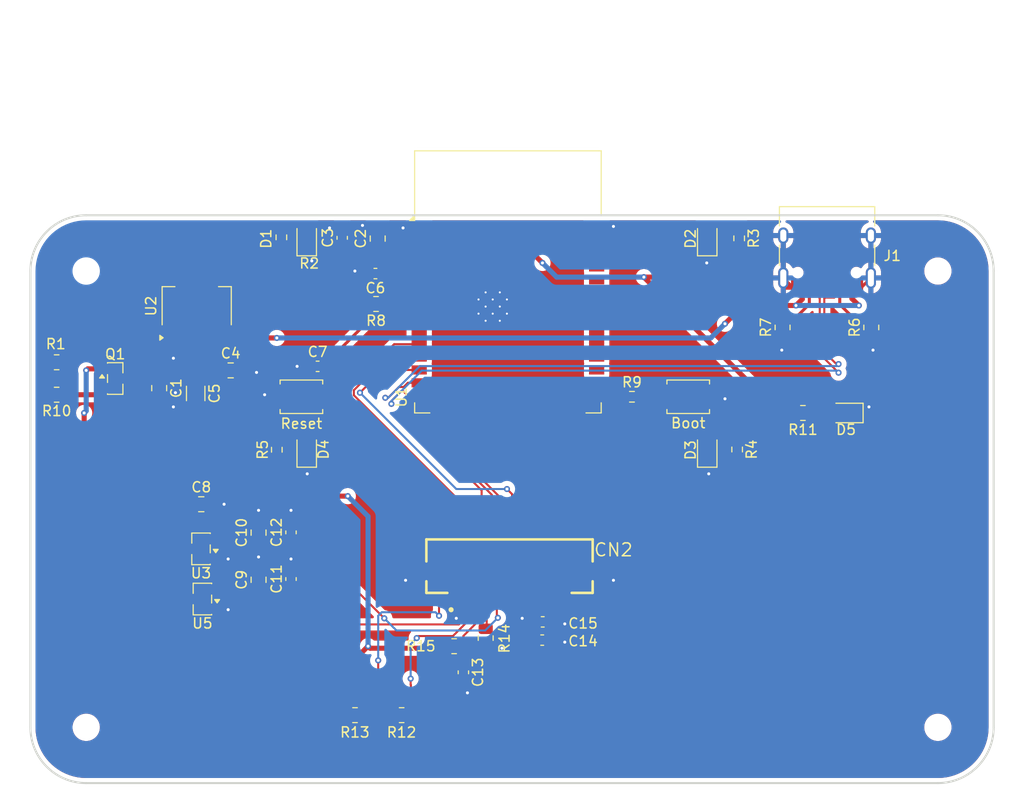
<source format=kicad_pcb>
(kicad_pcb (version 20241229) (generator "pcbnew") (generator_version "9.0")
  (layers (0 "F.Cu" signal) (2 "B.Cu" power) (13 "F.Paste" user) (15 "B.Paste" user) (5 "F.SilkS" user "F.Silkscreen") (7 "B.SilkS" user "B.Silkscreen") (1 "F.Mask" user) (3 "B.Mask" user) (25 "Edge.Cuts" user))
  (net 0 "")
  (net 1 "CAM_RST")
  (net 2 "GND")
  (net 3 "+5V")
  (net 4 "Net-(SW1-A)")
  (net 5 "Net-(Q1-D)")
  (net 6 "CAM_2.8V")
  (net 7 "CAM_1.2V")
  (net 8 "CAM_PCLK")
  (net 10 "CAM_D4")
  (net 11 "CAM_HSYNC")
  (net 12 "CAM_D1")
  (net 13 "CAM_VSYNC")
  (net 14 "CAM_D0")
  (net 15 "CAM_MCLK")
  (net 16 "CAM_SCK")
  (net 17 "CAM_D5")
  (net 19 "CAM_D3")
  (net 20 "Net-(CN2-Pad8)")
  (net 21 "CAM_D6")
  (net 22 "CAM_D7")
  (net 23 "CAM_SDA")
  (net 24 "CAM_D2")
  (net 26 "Net-(D1-A)")
  (net 27 "Net-(D2-A)")
  (net 28 "Net-(D3-A)")
  (net 29 "Net-(D4-A)")
  (net 30 "Net-(D5-A)")
  (net 32 "D+")
  (net 33 "D-")
  (net 35 "Net-(J1-CC2)")
  (net 36 "Net-(J1-CC1)")
  (net 37 "Net-(Q1-G)")
  (net 38 "Net-(SW2-A)")
  (net 39 "Net-(U1-IO0)")
  (net 40 "CAM_PWR")
  (net 60 "+3V3")
  (footprint "Resistor_SMD:R_0805_2012Metric" (layer "F.Cu") (at 147.5125 123.8)
    (property "Reference" "R13")
    (property "Value" "4.7k")
  )
  (footprint "Resistor_SMD:R_0805_2012Metric" (layer "F.Cu") (at 149.5875 83.25 180)
    (property "Reference" "R8")
    (property "Value" "10k")
  )
  (footprint "Connector_USB:USB_C_Receptacle_HRO_TYPE-C-31-M-12" (layer "F.Cu") (at 194.07 77.55 180)
    (property "Reference" "J1")
    (property "Value" "USB_C_Receptacle_USB2.0_16P")
  )
  (footprint "Capacitor_SMD:C_0603_1608Metric" (layer "F.Cu") (at 141.2 110.375 90)
    (property "Reference" "C11")
    (property "Value" "0.1uf")
  )
  (footprint "Capacitor_SMD:C_1206_3216Metric" (layer "F.Cu") (at 131.8 92.075 -90)
    (property "Reference" "C5")
    (property "Value" "100uf")
  )
  (footprint "Resistor_SMD:R_0805_2012Metric" (layer "F.Cu") (at 118.0875 92.2)
    (property "Reference" "R10")
    (property "Value" "1k")
  )
  (footprint "LED_SMD:LED_0805_2012Metric" (layer "F.Cu") (at 182.25 76.8125 90)
    (property "Reference" "D2")
    (property "Value" "LED")
  )
  (footprint "MountingHole:MountingHole_2.2mm_M2" (layer "F.Cu") (at 205 125)
    (property "Reference" "H4" (hide yes))
    (property "Value" "MountingHole")
  )
  (footprint "Resistor_SMD:R_0805_2012Metric" (layer "F.Cu") (at 152.1125 123.8)
    (property "Reference" "R12")
    (property "Value" "4.7k")
  )
  (footprint "Capacitor_SMD:C_0805_2012Metric" (layer "F.Cu") (at 132.35 103)
    (property "Reference" "C8")
    (property "Value" "10uf")
  )
  (footprint "Package_TO_SOT_SMD:SOT-223-3_TabPin2" (layer "F.Cu") (at 131.9 83.45 90)
    (property "Reference" "U2")
    (property "Value" "AMS1117-3.3")
  )
  (footprint "LED_SMD:LED_0805_2012Metric" (layer "F.Cu") (at 142.75 97.6625 90)
    (property "Reference" "D4")
    (property "Value" "LED")
  )
  (footprint "Resistor_SMD:R_0603_1608Metric" (layer "F.Cu") (at 140.25 76.675 -90)
    (property "Reference" "R2")
    (property "Value" "68r")
  )
  (footprint "Resistor_SMD:R_0603_1608Metric" (layer "F.Cu") (at 174.825 92.4)
    (property "Reference" "R9")
    (property "Value" "100r")
  )
  (footprint "Capacitor_SMD:C_0603_1608Metric" (layer "F.Cu") (at 165.975 116.4)
    (property "Reference" "C14")
    (property "Value" "0.1uf")
  )
  (footprint "Package_TO_SOT_SMD:SOT-23-3" (layer "F.Cu") (at 132.325 107.4 180)
    (property "Reference" "U3")
    (property "Value" "XC6206P122MR" (hide yes))
  )
  (footprint "Capacitor_SMD:C_0603_1608Metric" (layer "F.Cu") (at 141.2 105.775 90)
    (property "Reference" "C12")
    (property "Value" "0.1uf")
  )
  (footprint "Button_Switch_SMD:SW_SPST_TS-1088-xR020" (layer "F.Cu") (at 142.225 92.4 180)
    (property "Reference" "Reset")
    (property "Value" "SW_SPST")
  )
  (footprint "Capacitor_SMD:C_0603_1608Metric" (layer "F.Cu") (at 146.25 76.725 90)
    (property "Reference" "C3")
    (property "Value" "100nf")
  )
  (footprint "LED_SMD:LED_0805_2012Metric" (layer "F.Cu") (at 195.9375 94 180)
    (property "Reference" "D5")
    (property "Value" "LED")
  )
  (footprint "RF_Module:ESP32-S3-WROOM-1" (layer "F.Cu") (at 162.5925 81.045)
    (property "Reference" "U1")
    (property "Value" "ESP32-S3-WROOM-1")
  )
  (footprint "Package_TO_SOT_SMD:SOT-23" (layer "F.Cu") (at 123.8625 90.6)
    (property "Reference" "Q1")
    (property "Value" "PMOS")
  )
  (footprint "Capacitor_SMD:C_0805_2012Metric" (layer "F.Cu") (at 128.2 91.55 -90)
    (property "Reference" "C1")
    (property "Value" "10uf")
  )
  (footprint "Resistor_SMD:R_0805_2012Metric" (layer "F.Cu") (at 198.43 85.5625 90)
    (property "Reference" "R6")
    (property "Value" "5.1k")
  )
  (footprint "Button_Switch_SMD:SW_SPST_TS-1088-xR020" (layer "F.Cu") (at 180.375 92.4)
    (property "Reference" "Boot")
    (property "Value" "SW_SPST")
  )
  (footprint "LED_SMD:LED_0805_2012Metric" (layer "F.Cu") (at 142.75 76.8125 90)
    (property "Reference" "D1")
    (property "Value" "LED")
  )
  (footprint "Resistor_SMD:R_0805_2012Metric" (layer "F.Cu") (at 157.2875 117)
    (property "Reference" "R15")
    (property "Value" "4.7k")
  )
  (footprint "Package_TO_SOT_SMD:SOT-23-3" (layer "F.Cu") (at 132.4625 112.35 180)
    (property "Reference" "U5")
    (property "Value" "XC6206P282MR")
  )
  (footprint "MountingHole:MountingHole_2.2mm_M2" (layer "F.Cu") (at 121 80)
    (property "Reference" "H2" (hide yes))
    (property "Value" "MountingHole")
  )
  (footprint "Resistor_SMD:R_0805_2012Metric" (layer "F.Cu") (at 160.4 116.2 -90)
    (property "Reference" "R14")
    (property "Value" "1k")
  )
  (footprint "Capacitor_SMD:C_0805_2012Metric" (layer "F.Cu") (at 149.75 76.8 90)
    (property "Reference" "C2")
    (property "Value" "22uf")
  )
  (footprint "Resistor_SMD:R_0603_1608Metric" (layer "F.Cu") (at 185.4 76.775 -90)
    (property "Reference" "R3")
    (property "Value" "68r")
  )
  (footprint "Capacitor_SMD:C_0603_1608Metric" (layer "F.Cu") (at 166.025 114.6)
    (property "Reference" "C15")
    (property "Value" "15pF")
  )
  (footprint "Capacitor_SMD:C_0603_1608Metric" (layer "F.Cu") (at 143.825 89.4)
    (property "Reference" "C7")
    (property "Value" "100nf")
  )
  (footprint "Capacitor_SMD:C_0805_2012Metric" (layer "F.Cu") (at 135.25 89.8)
    (property "Reference" "C4")
    (property "Value" "10uf")
  )
  (footprint "LED_SMD:LED_0805_2012Metric" (layer "F.Cu") (at 182.25 97.6625 90)
    (property "Reference" "D3")
    (property "Value" "LED")
  )
  (footprint "FaceTracker:FPC-SMD_KH-FG0.5-H2.0-24PIN" (layer "F.Cu") (at 162.75 110.8435 180)
    (property "Reference" "CN2")
    (property "Value" "KH-FG0.5-H2.0-24PIN")
  )
  (footprint "Resistor_SMD:R_0805_2012Metric" (layer "F.Cu") (at 118.0875 89 180)
    (property "Reference" "R1")
    (property "Value" "10k")
  )
  (footprint "Resistor_SMD:R_0603_1608Metric" (layer "F.Cu") (at 185.2 97.6 -90)
    (property "Reference" "R4")
    (property "Value" "68r")
  )
  (footprint "Resistor_SMD:R_0805_2012Metric" (layer "F.Cu") (at 191.6875 94 180)
    (property "Reference" "R11")
    (property "Value" "1k")
  )
  (footprint "Capacitor_SMD:C_0603_1608Metric" (layer "F.Cu") (at 158.2 119.575 -90)
    (property "Reference" "C13")
    (property "Value" "0.1uf")
  )
  (footprint "MountingHole:MountingHole_2.2mm_M2" (layer "F.Cu") (at 205 80)
    (property "Reference" "H1" (hide yes))
    (property "Value" "MountingHole")
  )
  (footprint "Capacitor_SMD:C_0805_2012Metric" (layer "F.Cu") (at 138 105.8 90)
    (property "Reference" "C10")
    (property "Value" "10uf")
  )
  (footprint "Capacitor_SMD:C_0805_2012Metric" (layer "F.Cu") (at 138 110.45 90)
    (property "Reference" "C9")
    (property "Value" "10uf")
  )
  (footprint "Resistor_SMD:R_0805_2012Metric" (layer "F.Cu") (at 189.68 85.5625 90)
    (property "Reference" "R7")
    (property "Value" "5.1k")
  )
  (footprint "Resistor_SMD:R_0603_1608Metric" (layer "F.Cu") (at 139.8 97.625 -90)
    (property "Reference" "R5")
    (property "Value" "68r")
  )
  (footprint "Capacitor_SMD:C_0603_1608Metric" (layer "F.Cu") (at 149.525 80.25 180)
    (property "Reference" "C6")
    (property "Value" "1uf")
  )
  (footprint "MountingHole:MountingHole_2.2mm_M2" (layer "F.Cu") (at 121 125)
    (property "Reference" "H3" (hide yes))
    (property "Value" "MountingHole")
  )
  (gr_arc (start 205 74.5) (mid 208.889087 76.110913) (end 210.5 80) (stroke (width 0.2)) (layer "Edge.Cuts"))
  (gr_arc (start 210.5 125) (mid 208.889087 128.889087) (end 205 130.5) (stroke (width 0.2)) (layer "Edge.Cuts"))
  (gr_line (start 210.5 80) (end 210.5 125) (stroke (width 0.2)) (layer "Edge.Cuts"))
  (gr_line (start 205 74.5) (end 121 74.5) (stroke (width 0.2)) (layer "Edge.Cuts"))
  (gr_line (start 115.5 80) (end 115.5 125) (stroke (width 0.2)) (layer "Edge.Cuts"))
  (gr_arc (start 115.5 80) (mid 117.110913 76.110913) (end 121 74.5) (stroke (width 0.2)) (layer "Edge.Cuts"))
  (gr_line (start 205 130.5) (end 121 130.5) (stroke (width 0.2)) (layer "Edge.Cuts"))
  (gr_arc (start 121 130.5) (mid 117.110913 128.889087) (end 115.5 125) (stroke (width 0.2)) (layer "Edge.Cuts"))
  (segment (start 158.2 117) (end 158.2 118.8) (width 0.3) (layer "F.Cu") (net 1))
  (segment (start 159.4999 112.0684) (end 159.4999 114.68894) (width 0.2) (layer "F.Cu") (net 1))
  (segment (start 158.2 115.98884) (end 158.2 117) (width 0.2) (layer "F.Cu") (net 1))
  (segment (start 159.4999 114.68894) (end 158.2 115.98884) (width 0.2) (layer "F.Cu") (net 1))
  (segment (start 166.8 114.6) (end 168 114.6) (width 0.3) (layer "F.Cu") (net 2))
  (segment (start 157.4999 114.2499) (end 157.5 114.25) (width 0.2) (layer "F.Cu") (net 2))
  (segment (start 142.75 99.95) (end 142.8 100) (width 0.3) (layer "F.Cu") (net 2))
  (segment (start 182.25 77.75) (end 182.25 79.15) (width 0.3) (layer "F.Cu") (net 2))
  (segment (start 182.25 99.85) (end 182.4 100) (width 0.3) (layer "F.Cu") (net 2))
  (segment (start 138 104.85) (end 138 103.6) (width 0.5) (layer "F.Cu") (net 2))
  (segment (start 138 109.5) (end 138 108.2) (width 0.5) (layer "F.Cu") (net 2))
  (segment (start 129.75 93.55) (end 129.6 93.4) (width 0.5) (layer "F.Cu") (net 2))
  (segment (start 141.2 105) (end 141.2 103.6) (width 0.5) (layer "F.Cu") (net 2))
  (segment (start 148.75 80.25) (end 147.75 80.25) (width 0.3) (layer "F.Cu") (net 2))
  (segment (start 147.75 80.25) (end 147.5 80) (width 0.3) (layer "F.Cu") (net 2))
  (segment (start 189.68 87.72) (end 189.6 87.8) (width 0.5) (layer "F.Cu") (net 2))
  (segment (start 172.815 75.785) (end 173 75.6) (width 0.5) (layer "F.Cu") (net 2))
  (segment (start 140 92.4) (end 138.8 92.4) (width 0.3) (layer "F.Cu") (net 2))
  (segment (start 171.3425 75.785) (end 172.815 75.785) (width 0.5) (layer "F.Cu") (net 2))
  (segment (start 129.3 92.5) (end 129.8 92) (width 0.5) (layer "F.Cu") (net 2))
  (segment (start 172.1186 109.6186) (end 173 110.5) (width 0.5) (layer "F.Cu") (net 2))
  (segment (start 158.2 120.35) (end 158.2 121.2) (width 0.3) (layer "F.Cu") (net 2))
  (segment (start 168 116.4) (end 168.2 116.6) (width 0.3) (layer "F.Cu") (net 2))
  (segment (start 128.2 92.5) (end 129.3 92.5) (width 0.5) (layer "F.Cu") (net 2))
  (segment (start 137.6 89.8) (end 137.8 90) (width 0.5) (layer "F.Cu") (net 2))
  (segment (start 157.4999 112.0684) (end 157.4999 114.2499) (width 0.2) (layer "F.Cu") (net 2))
  (segment (start 133.4625 108.35) (end 134.95 108.35) (width 0.5) (layer "F.Cu") (net 2))
  (segment (start 182.25 98.6) (end 182.25 99.85) (width 0.3) (layer "F.Cu") (net 2))
  (segment (start 198.43 87.63) (end 198.6 87.8) (width 0.5) (layer "F.Cu") (net 2))
  (segment (start 197.475 81.595) (end 198.39 80.68) (width 0.3) (layer "F.Cu") (net 2))
  (segment (start 183.8 92.4) (end 184 92.6) (width 0.3) (layer "F.Cu") (net 2))
  (segment (start 138.8 92.4) (end 138.6 92.2) (width 0.3) (layer "F.Cu") (net 2))
  (segment (start 190.82 81.595) (end 190.665 81.595) (width 0.3) (layer "F.Cu") (net 2))
  (segment (start 142.75 77.75) (end 142.75 78.5) (width 0.3) (layer "F.Cu") (net 2))
  (segment (start 164 112.0686) (end 164 114.25) (width 0.2) (layer "F.Cu") (net 2))
  (segment (start 152.285 75.785) (end 152.25 75.75) (width 0.5) (layer "F.Cu") (net 2))
  (segment (start 153.3814 109.6186) (end 152.5 110.5) (width 0.5) (layer "F.Cu") (net 2))
  (segment (start 134.9 113.3) (end 135 113.4) (width 0.5) (layer "F.Cu") (net 2))
  (segment (start 141.2 109.6) (end 141.2 108.4) (width 0.5) (layer "F.Cu") (net 2))
  (segment (start 170.1999 109.6186) (end 172.1186 109.6186) (width 0.5) (layer "F.Cu") (net 2))
  (segment (start 163.9998 112.0684) (end 164 112.0686) (width 0.2) (layer "F.Cu") (net 2))
  (segment (start 136.2 89.8) (end 137.6 89.8) (width 0.5) (layer "F.Cu") (net 2))
  (segment (start 145.2 75.95) (end 145 75.75) (width 0.5) (layer "F.Cu") (net 2))
  (segment (start 197.32 81.595) (end 197.475 81.595) (width 0.3) (layer "F.Cu") (net 2))
  (segment (start 148.6 75.85) (end 148.25 75.5) (width 0.5) (layer "F.Cu") (net 2))
  (segment (start 189.68 86.475) (end 189.68 87.72) (width 0.5) (layer "F.Cu") (net 2))
  (segment (start 166.75 116.4) (end 168 116.4) (width 0.3) (layer "F.Cu") (net 2))
  (segment (start 190.665 81.595) (end 189.75 80.68) (width 0.3) (layer "F.Cu") (net 2))
  (segment (start 133.6 113.3) (end 134.9 113.3) (width 0.5) (layer "F.Cu") (net 2))
  (segment (start 153.8425 75.785) (end 152.285 75.785) (width 0.5) (layer "F.Cu") (net 2))
  (segment (start 160.4 117.1125) (end 161.9125 117.1125) (width 0.3) (layer "F.Cu") (net 2))
  (segment (start 143.05 89.4) (end 141.8 89.4) (width 0.3) (layer "F.Cu") (net 2))
  (segment (start 198.43 86.475) (end 198.43 87.63) (width 0.5) (layer "F.Cu") (net 2))
  (segment (start 146.25 75.95) (end 145.2 75.95) (width 0.5) (layer "F.Cu") (net 2))
  (segment (start 168 114.6) (end 168.2 114.8) (width 0.3) (layer "F.Cu") (net 2))
  (segment (start 133.3 103) (end 134.6 103) (width 0.5) (layer "F.Cu") (net 2))
  (segment (start 149.75 75.85) (end 148.6 75.85) (width 0.5) (layer "F.Cu") (net 2))
  (segment (start 182.25 79.15) (end 182.2 79.2) (width 0.3) (layer "F.Cu") (net 2))
  (segment (start 129.6 86.6) (end 129.6 88.6) (width 0.5) (layer "F.Cu") (net 2))
  (segment (start 182.6 92.4) (end 183.8 92.4) (width 0.3) (layer "F.Cu") (net 2))
  (segment (start 158.2 121.2) (end 158.6 121.6) (width 0.3) (layer "F.Cu") (net 2))
  (segment (start 161.9125 117.1125) (end 162 117.2) (width 0.3) (layer "F.Cu") (net 2))
  (segment (start 196.875 94) (end 197.6 94) (width 0.5) (layer "F.Cu") (net 2))
  (segment (start 142.75 78.5) (end 143.25 79) (width 0.3) (layer "F.Cu") (net 2))
  (segment (start 197.6 94) (end 198.2 93.4) (width 0.5) (layer "F.Cu") (net 2))
  (segment (start 131.8 93.55) (end 129.75 93.55) (width 0.5) (layer "F.Cu") (net 2))
  (segment (start 134.95 108.35) (end 135 108.4) (width 0.5) (layer "F.Cu") (net 2))
  (segment (start 155.3001 109.6186) (end 153.3814 109.6186) (width 0.5) (layer "F.Cu") (net 2))
  (segment (start 142.75 98.6) (end 142.75 99.95) (width 0.3) (layer "F.Cu") (net 2))
  (via (at 182.2 79.2) (size 0.6) (drill 0.3) (layers "F.Cu" "B.Cu") (net 2))
  (via (at 152.25 75.75) (size 0.6) (drill 0.3) (layers "F.Cu" "B.Cu") (net 2))
  (via (at 152.5 110.5) (size 0.6) (drill 0.3) (layers "F.Cu" "B.Cu") (net 2))
  (via (at 135 108.4) (size 0.6) (drill 0.3) (layers "F.Cu" "B.Cu") (net 2))
  (via (at 129.8 92) (size 0.6) (drill 0.3) (layers "F.Cu" "B.Cu") (net 2))
  (via (at 189.6 87.8) (size 0.6) (drill 0.3) (layers "F.Cu" "B.Cu") (net 2))
  (via (at 141.2 108.4) (size 0.6) (drill 0.3) (layers "F.Cu" "B.Cu") (net 2))
  (via (at 198.2 93.4) (size 0.6) (drill 0.3) (layers "F.Cu" "B.Cu") (net 2))
  (via (at 173 75.6) (size 0.6) (drill 0.3) (layers "F.Cu" "B.Cu") (net 2))
  (via (at 184 92.6) (size 0.6) (drill 0.3) (layers "F.Cu" "B.Cu") (net 2))
  (via (at 129.6 88.6) (size 0.6) (drill 0.3) (layers "F.Cu" "B.Cu") (net 2))
  (via (at 138.6 92.2) (size 0.6) (drill 0.3) (layers "F.Cu" "B.Cu") (net 2))
  (via (at 137.8 90) (size 0.6) (drill 0.3) (layers "F.Cu" "B.Cu") (net 2))
  (via (at 147.5 80) (size 0.6) (drill 0.3) (layers "F.Cu" "B.Cu") (net 2))
  (via (at 162 117.2) (size 0.6) (drill 0.3) (layers "F.Cu" "B.Cu") (net 2))
  (via (at 148.25 75.5) (size 0.6) (drill 0.3) (layers "F.Cu" "B.Cu") (net 2))
  (via (at 141.2 103.6) (size 0.6) (drill 0.3) (layers "F.Cu" "B.Cu") (net 2))
  (via (at 145 75.75) (size 0.6) (drill 0.3) (layers "F.Cu" "B.Cu") (net 2))
  (via (at 135 113.4) (size 0.6) (drill 0.3) (layers "F.Cu" "B.Cu") (net 2))
  (via (at 157.5 114.25) (size 0.6) (drill 0.3) (layers "F.Cu" "B.Cu") (net 2))
  (via (at 168.2 116.6) (size 0.6) (drill 0.3) (layers "F.Cu" "B.Cu") (net 2))
  (via (at 134.6 103) (size 0.6) (drill 0.3) (layers "F.Cu" "B.Cu") (net 2))
  (via (at 164 114.25) (size 0.6) (drill 0.3) (layers "F.Cu" "B.Cu") (net 2))
  (via (at 129.6 93.4) (size 0.6) (drill 0.3) (layers "F.Cu" "B.Cu") (net 2))
  (via (at 198.6 87.8) (size 0.6) (drill 0.3) (layers "F.Cu" "B.Cu") (net 2))
  (via (at 141.8 89.4) (size 0.6) (drill 0.3) (layers "F.Cu" "B.Cu") (net 2))
  (via (at 158.6 121.6) (size 0.6) (drill 0.3) (layers "F.Cu" "B.Cu") (net 2))
  (via (at 168.2 114.8) (size 0.6) (drill 0.3) (layers "F.Cu" "B.Cu") (net 2))
  (via (at 142.8 100) (size 0.6) (drill 0.3) (layers "F.Cu" "B.Cu") (net 2))
  (via (at 173 110.5) (size 0.6) (drill 0.3) (layers "F.Cu" "B.Cu") (net 2))
  (via (at 138 103.6) (size 0.6) (drill 0.3) (layers "F.Cu" "B.Cu") (net 2))
  (via (at 138 108.2) (size 0.6) (drill 0.3) (layers "F.Cu" "B.Cu") (net 2))
  (via (at 143.25 79) (size 0.6) (drill 0.3) (layers "F.Cu" "B.Cu") (net 2))
  (via (at 182.4 100) (size 0.6) (drill 0.3) (layers "F.Cu" "B.Cu") (net 2))
  (segment (start 196.52 82.72) (end 196.52 81.595) (width 0.5) (layer "F.Cu") (net 3))
  (segment (start 134.2 86.6) (end 134.2 89.7) (width 0.5) (layer "F.Cu") (net 3))
  (segment (start 197.2 83.4) (end 196.52 82.72) (width 0.5) (layer "F.Cu") (net 3))
  (segment (start 191.62 81.595) (end 191.62 82.78) (width 0.5) (layer "F.Cu") (net 3))
  (segment (start 191.62 82.78) (end 191 83.4) (width 0.5) (layer "F.Cu") (net 3))
  (segment (start 191 83.4) (end 185.8 83.4) (width 0.5) (layer "F.Cu") (net 3))
  (segment (start 139.8 86.6) (end 134.2 86.6) (width 0.5) (layer "F.Cu") (net 3))
  (segment (start 185.8 83.4) (end 184 85.2) (width 0.5) (layer "F.Cu") (net 3))
  (segment (start 134.2 89.7) (end 134.3 89.8) (width 0.5) (layer "F.Cu") (net 3))
  (via (at 197.2 83.4) (size 0.6) (drill 0.3) (layers "F.Cu" "B.Cu") (net 3))
  (via (at 184 85.2) (size 0.6) (drill 0.3) (layers "F.Cu" "B.Cu") (net 3))
  (via (at 139.8 86.6) (size 0.6) (drill 0.3) (layers "F.Cu" "B.Cu") (net 3))
  (via (at 191 83.4) (size 0.6) (drill 0.3) (layers "F.Cu" "B.Cu") (net 3))
  (segment (start 182.6 86.6) (end 139.8 86.6) (width 0.5) (layer "B.Cu") (net 3))
  (segment (start 184 85.2) (end 182.6 86.6) (width 0.5) (layer "B.Cu") (net 3))
  (segment (start 191 83.4) (end 197.2 83.4) (width 0.5) (layer "B.Cu") (net 3))
  (segment (start 144.6 89.4) (end 144.6 89.15) (width 0.3) (layer "F.Cu") (net 4))
  (segment (start 152.225 78.325) (end 153.8425 78.325) (width 0.3) (layer "F.Cu") (net 4))
  (segment (start 144.45 89.55) (end 144.6 89.4) (width 0.3) (layer "F.Cu") (net 4))
  (segment (start 150.3 80.25) (end 150.3 83.05) (width 0.3) (layer "F.Cu") (net 4))
  (segment (start 150.3 83.05) (end 150.5 83.25) (width 0.3) (layer "F.Cu") (net 4))
  (segment (start 144.6 89.15) (end 150.5 83.25) (width 0.3) (layer "F.Cu") (net 4))
  (segment (start 144.45 92.4) (end 144.45 89.55) (width 0.3) (layer "F.Cu") (net 4))
  (segment (start 150.3 80.25) (end 152.225 78.325) (width 0.3) (layer "F.Cu") (net 4))
  (segment (start 127.09375 103.30625) (end 120.8 97.0125) (width 0.5) (layer "F.Cu") (net 5))
  (segment (start 131.1875 107.4) (end 127.09375 103.30625) (width 0.5) (layer "F.Cu") (net 5))
  (segment (start 127.4 103) (end 127.09375 103.30625) (width 0.5) (layer "F.Cu") (net 5))
  (segment (start 121.15 89.65) (end 121 89.8) (width 0.5) (layer "F.Cu") (net 5))
  (segment (start 131.4 103) (end 127.4 103) (width 0.5) (layer "F.Cu") (net 5))
  (segment (start 131.325 112.35) (end 127.09375 108.11875) (width 0.5) (layer "F.Cu") (net 5))
  (segment (start 120.8 97.0125) (end 120.8 94) (width 0.5) (layer "F.Cu") (net 5))
  (segment (start 127.09375 108.11875) (end 127.09375 103.30625) (width 0.5) (layer "F.Cu") (net 5))
  (segment (start 122.925 89.65) (end 121.15 89.65) (width 0.5) (layer "F.Cu") (net 5))
  (via (at 120.8 94) (size 0.6) (drill 0.3) (layers "F.Cu" "B.Cu") (net 5))
  (via (at 121 89.8) (size 0.6) (drill 0.3) (layers "F.Cu" "B.Cu") (net 5))
  (segment (start 121 89.8) (end 121 93.8) (width 0.5) (layer "B.Cu") (net 5))
  (segment (start 121 93.8) (end 120.8 94) (width 0.5) (layer "B.Cu") (net 5))
  (segment (start 144.901 114.851) (end 141.2 111.15) (width 0.2) (layer "F.Cu") (net 6))
  (segment (start 157.748943 114.851) (end 144.901 114.851) (width 0.2) (layer "F.Cu") (net 6))
  (segment (start 140.95 111.4) (end 141.2 111.15) (width 0.5) (layer "F.Cu") (net 6))
  (segment (start 158.4999 114.100043) (end 157.748943 114.851) (width 0.2) (layer "F.Cu") (net 6))
  (segment (start 138 111.4) (end 140.95 111.4) (width 0.5) (layer "F.Cu") (net 6))
  (segment (start 133.6 111.4) (end 138 111.4) (width 0.5) (layer "F.Cu") (net 6))
  (segment (start 158.4999 112.0684) (end 158.4999 114.100043) (width 0.2) (layer "F.Cu") (net 6))
  (segment (start 161.4999 114.0999) (end 161.6 114.2) (width 0.2) (layer "F.Cu") (net 7))
  (segment (start 138 106.75) (end 141 106.75) (width 0.5) (layer "F.Cu") (net 7))
  (segment (start 141 106.75) (end 141.2 106.55) (width 0.5) (layer "F.Cu") (net 7))
  (segment (start 137.7 106.45) (end 138 106.75) (width 0.5) (layer "F.Cu") (net 7))
  (segment (start 150.4 114.251) (end 142.699 106.55) (width 0.2) (layer "F.Cu") (net 7))
  (segment (start 142.699 106.55) (end 141.2 106.55) (width 0.2) (layer "F.Cu") (net 7))
  (segment (start 161.4999 112.0684) (end 161.4999 114.0999) (width 0.2) (layer "F.Cu") (net 7))
  (segment (start 133.4625 106.45) (end 137.7 106.45) (width 0.5) (layer "F.Cu") (net 7))
  (via (at 161.6 114.2) (size 0.6) (drill 0.3) (layers "F.Cu" "B.Cu") (net 7))
  (via (at 150.4 114.251) (size 0.6) (drill 0.3) (layers "F.Cu" "B.Cu") (net 7))
  (segment (start 160.349 115.451) (end 151.6 115.451) (width 0.2) (layer "B.Cu") (net 7))
  (segment (start 161.6 114.2) (end 160.349 115.451) (width 0.2) (layer "B.Cu") (net 7))
  (segment (start 151.6 115.451) (end 150.4 114.251) (width 0.2) (layer "B.Cu") (net 7))
  (segment (start 164.9998 112.0684) (end 164.9998 114.3498) (width 0.2) (layer "F.Cu") (net 8))
  (segment (start 164.9998 112.0684) (end 164.9998 97.1193) (width 0.2) (layer "F.Cu") (net 8))
  (segment (start 164.9998 97.1193) (end 161.9575 94.077) (width 0.2) (layer "F.Cu") (net 8))
  (segment (start 161.9575 94.077) (end 161.9575 93.545) (width 0.2) (layer "F.Cu") (net 8))
  (segment (start 164.9998 114.3498) (end 165.25 114.6) (width 0.2) (layer "F.Cu") (net 8))
  (segment (start 165.4999 112.0684) (end 165.4999 96.3494) (width 0.2) (layer "F.Cu") (net 10))
  (segment (start 165.4999 96.3494) (end 163.2275 94.077) (width 0.2) (layer "F.Cu") (net 10))
  (segment (start 163.2275 94.077) (end 163.2275 93.545) (width 0.2) (layer "F.Cu") (net 10))
  (segment (start 161.0001 112.0684) (end 161.0001 102.0672) (width 0.2) (layer "F.Cu") (net 11))
  (segment (start 161.0001 102.0672) (end 156.8775 97.9446) (width 0.2) (layer "F.Cu") (net 11))
  (segment (start 156.8775 97.9446) (end 156.8775 93.545) (width 0.2) (layer "F.Cu") (net 11))
  (segment (start 166.9998 112.0684) (end 166.9998 93.5827) (width 0.2) (layer "F.Cu") (net 12))
  (segment (start 166.9998 93.5827) (end 167.0375 93.545) (width 0.2) (layer "F.Cu") (net 12))
  (segment (start 160.0001 112.0684) (end 160.0001 101.6343) (width 0.2) (layer "F.Cu") (net 13))
  (segment (start 155.6075 97.2417) (end 155.6075 93.545) (width 0.2) (layer "F.Cu") (net 13))
  (segment (start 160.0001 101.6343) (end 155.6075 97.2417) (width 0.2) (layer "F.Cu") (net 13))
  (segment (start 165.9998 112.0684) (end 165.9998 95.5793) (width 0.2) (layer "F.Cu") (net 14))
  (segment (start 165.9998 95.5793) (end 164.4975 94.077) (width 0.2) (layer "F.Cu") (net 14))
  (segment (start 164.4975 94.077) (end 164.4975 93.545) (width 0.2) (layer "F.Cu") (net 14))
  (segment (start 148 92) (end 150.245 89.755) (width 0.2) (layer "F.Cu") (net 15))
  (segment (start 162.9998 112.0684) (end 162.9998 101.9998) (width 0.2) (layer "F.Cu") (net 15))
  (segment (start 150.245 89.755) (end 153.8425 89.755) (width 0.2) (layer "F.Cu") (net 15))
  (segment (start 162.9998 101.9998) (end 162.5 101.5) (width 0.2) (layer "F.Cu") (net 15))
  (via (at 162.5 101.5) (size 0.6) (drill 0.3) (layers "F.Cu" "B.Cu") (net 15))
  (via (at 148 92) (size 0.6) (drill 0.3) (layers "F.Cu" "B.Cu") (net 15))
  (segment (start 157.5 101.5) (end 148 92) (width 0.2) (layer "B.Cu") (net 15))
  (segment (start 162.5 101.5) (end 157.5 101.5) (width 0.2) (layer "B.Cu") (net 15))
  (segment (start 153.025 120.825) (end 153.025 123.8) (width 0.2) (layer "F.Cu") (net 16))
  (segment (start 147.399 91.751057) (end 150.665057 88.485) (width 0.2) (layer "F.Cu") (net 16))
  (segment (start 153 120.8) (end 153.025 120.825) (width 0.2) (layer "F.Cu") (net 16))
  (segment (start 159.0001 103.850043) (end 147.399 92.248943) (width 0.2) (layer "F.Cu") (net 16))
  (segment (start 159.0001 112.0684) (end 159.0001 114.166943) (width 0.2) (layer "F.Cu") (net 16))
  (segment (start 157.168043 115.999) (end 153.801 115.999) (width 0.2) (layer "F.Cu") (net 16))
  (segment (start 147.399 92.248943) (end 147.399 91.751057) (width 0.2) (layer "F.Cu") (net 16))
  (segment (start 153.801 115.999) (end 153.6 116.2) (width 0.2) (layer "F.Cu") (net 16))
  (segment (start 159.0001 114.166943) (end 157.168043 115.999) (width 0.2) (layer "F.Cu") (net 16))
  (segment (start 153 120.2) (end 153 120.8) (width 0.2) (layer "F.Cu") (net 16))
  (segment (start 159.0001 112.0684) (end 159.0001 103.850043) (width 0.2) (layer "F.Cu") (net 16))
  (segment (start 150.665057 88.485) (end 153.8425 88.485) (width 0.2) (layer "F.Cu") (net 16))
  (via (at 153 120.2) (size 0.6) (drill 0.3) (layers "F.Cu" "B.Cu") (net 16))
  (via (at 153.6 116.2) (size 0.6) (drill 0.3) (layers "F.Cu" "B.Cu") (net 16))
  (segment (start 153 116.8) (end 153 120.2) (width 0.2) (layer "B.Cu") (net 16))
  (segment (start 153.6 116.2) (end 153 116.8) (width 0.2) (layer "B.Cu") (net 16))
  (segment (start 160.6875 94.077) (end 160.6875 93.545) (width 0.2) (layer "F.Cu") (net 17))
  (segment (start 164.4999 112.0684) (end 164.4999 97.8894) (width 0.2) (layer "F.Cu") (net 17))
  (segment (start 164.4999 97.8894) (end 160.6875 94.077) (width 0.2) (layer "F.Cu") (net 17))
  (segment (start 165.7675 94.077) (end 165.7675 93.545) (width 0.2) (layer "F.Cu") (net 19))
  (segment (start 166.4999 94.8094) (end 165.7675 94.077) (width 0.2) (layer "F.Cu") (net 19))
  (segment (start 166.4999 112.0684) (end 166.4999 94.8094) (width 0.2) (layer "F.Cu") (net 19))
  (segment (start 160.4999 112.0684) (end 160.4999 115.1876) (width 0.2) (layer "F.Cu") (net 20))
  (segment (start 160.4999 115.1876) (end 160.4 115.2875) (width 0.2) (layer "F.Cu") (net 20))
  (segment (start 163.4999 98.1594) (end 159.4175 94.077) (width 0.2) (layer "F.Cu") (net 21))
  (segment (start 163.4999 112.0684) (end 163.4999 98.1594) (width 0.2) (layer "F.Cu") (net 21))
  (segment (start 159.4175 94.077) (end 159.4175 93.545) (width 0.2) (layer "F.Cu") (net 21))
  (segment (start 162.4999 112.0684) (end 162.4999 102.9999) (width 0.2) (layer "F.Cu") (net 22))
  (segment (start 158.1475 98.6475) (end 158.1475 93.545) (width 0.2) (layer "F.Cu") (net 22))
  (segment (start 162.4999 102.9999) (end 158.1475 98.6475) (width 0.2) (layer "F.Cu") (net 22))
  (segment (start 156.5326 110.8674) (end 155.8 111.6) (width 0.2) (layer "F.Cu") (net 23))
  (segment (start 157.9509 110.8674) (end 156.5326 110.8674) (width 0.2) (layer "F.Cu") (net 23))
  (segment (start 158.0001 112.0684) (end 158.0001 103.417143) (width 0.2) (layer "F.Cu") (net 23))
  (segment (start 149.8 118.4) (end 149.8 122.425) (width 0.2) (layer "F.Cu") (net 23))
  (segment (start 146.998 91.584957) (end 151.367957 87.215) (width 0.2) (layer "F.Cu") (net 23))
  (segment (start 146.998 92.415043) (end 146.998 91.584957) (width 0.2) (layer "F.Cu") (net 23))
  (segment (start 151.367957 87.215) (end 153.8425 87.215) (width 0.2) (layer "F.Cu") (net 23))
  (segment (start 158.0001 103.417143) (end 146.998 92.415043) (width 0.2) (layer "F.Cu") (net 23))
  (segment (start 158.0001 110.9166) (end 157.9509 110.8674) (width 0.2) (layer "F.Cu") (net 23))
  (segment (start 155.8 111.6) (end 155.8 114) (width 0.2) (layer "F.Cu") (net 23))
  (segment (start 158.0001 112.0684) (end 158.0001 110.9166) (width 0.2) (layer "F.Cu") (net 23))
  (segment (start 149.8 122.425) (end 148.425 123.8) (width 0.2) (layer "F.Cu") (net 23))
  (via (at 155.8 114) (size 0.6) (drill 0.3) (layers "F.Cu" "B.Cu") (net 23))
  (via (at 149.8 118.4) (size 0.6) (drill 0.3) (layers "F.Cu" "B.Cu") (net 23))
  (segment (start 155.45 113.65) (end 150.151057 113.65) (width 0.2) (layer "B.Cu") (net 23))
  (segment (start 155.8 114) (end 155.45 113.65) (width 0.2) (layer "B.Cu") (net 23))
  (segment (start 150.151057 113.65) (end 149.8 114.001057) (width 0.2) (layer "B.Cu") (net 23))
  (segment (start 149.8 114.001057) (end 149.8 118.4) (width 0.2) (layer "B.Cu") (net 23))
  (segment (start 167.4999 94.8846) (end 168.3075 94.077) (width 0.2) (layer "F.Cu") (net 24))
  (segment (start 168.3075 94.077) (end 168.3075 93.545) (width 0.2) (layer "F.Cu") (net 24))
  (segment (start 167.4999 112.0684) (end 167.4999 94.8846) (width 0.2) (layer "F.Cu") (net 24))
  (segment (start 140.275 75.875) (end 140.25 75.85) (width 0.3) (layer "F.Cu") (net 26))
  (segment (start 142.75 75.875) (end 140.275 75.875) (width 0.3) (layer "F.Cu") (net 26))
  (segment (start 185.4 75.95) (end 182.325 75.95) (width 0.3) (layer "F.Cu") (net 27))
  (segment (start 182.325 75.95) (end 182.25 75.875) (width 0.3) (layer "F.Cu") (net 27))
  (segment (start 182.25 96.725) (end 185.15 96.725) (width 0.3) (layer "F.Cu") (net 28))
  (segment (start 185.15 96.725) (end 185.2 96.775) (width 0.3) (layer "F.Cu") (net 28))
  (segment (start 139.875 96.725) (end 139.8 96.8) (width 0.3) (layer "F.Cu") (net 29))
  (segment (start 142.75 96.725) (end 139.875 96.725) (width 0.3) (layer "F.Cu") (net 29))
  (segment (start 192.6 94) (end 195 94) (width 0.5) (layer "F.Cu") (net 30))
  (segment (start 153.8425 92.295) (end 152.717499 92.295) (width 0.2) (layer "F.Cu") (net 32))
  (segment (start 194.32 80.618) (end 194.32 81.595) (width 0.2) (layer "F.Cu") (net 32))
  (segment (start 152.033199 91.885) (end 151.100521 92.817678) (width 0.2) (layer "F.Cu") (net 32))
  (segment (start 193.345 88.17) (end 193.345 82.707501) (width 0.2) (layer "F.Cu") (net 32))
  (segment (start 193.32 81.595) (end 193.32 80.618) (width 0.2) (layer "F.Cu") (net 32))
  (segment (start 152.717499 92.295) (end 152.307499 91.885) (width 0.2) (layer "F.Cu") (net 32))
  (segment (start 151.100521 92.817678) (end 151.100521 93.100521) (width 0.2) (layer "F.Cu") (net 32))
  (segment (start 195.2 90.025) (end 193.345 88.17) (width 0.2) (layer "F.Cu") (net 32))
  (segment (start 194.271 80.569) (end 194.32 80.618) (width 0.2) (layer "F.Cu") (net 32))
  (segment (start 193.32 80.618) (end 193.369 80.569) (width 0.2) (layer "F.Cu") (net 32))
  (segment (start 193.345 82.707501) (end 193.32 82.682501) (width 0.2) (layer "F.Cu") (net 32))
  (segment (start 193.369 80.569) (end 194.271 80.569) (width 0.2) (layer "F.Cu") (net 32))
  (segment (start 193.32 82.682501) (end 193.32 81.595) (width 0.2) (layer "F.Cu") (net 32))
  (segment (start 152.307499 91.885) (end 152.033199 91.885) (width 0.2) (layer "F.Cu") (net 32))
  (via (at 151.100521 93.100521) (size 0.6) (drill 0.3) (layers "F.Cu" "B.Cu") (net 32))
  (via (at 195.2 90.025) (size 0.6) (drill 0.3) (layers "F.Cu" "B.Cu") (net 32))
  (segment (start 151.100521 93.100521) (end 151.100521 92.817678) (width 0.2) (layer "B.Cu") (net 32))
  (segment (start 195.000001 89.825001) (end 195.2 90.025) (width 0.2) (layer "B.Cu") (net 32))
  (segment (start 151.100521 92.817678) (end 154.093198 89.825001) (width 0.2) (layer "B.Cu") (net 32))
  (segment (start 154.093198 89.825001) (end 195.000001 89.825001) (width 0.2) (layer "B.Cu") (net 32))
  (segment (start 193.82 82.682501) (end 193.82 81.595) (width 0.2) (layer "F.Cu") (net 33))
  (segment (start 153.8425 91.025) (end 152.717499 91.025) (width 0.2) (layer "F.Cu") (net 33))
  (segment (start 150.782322 92.499479) (end 150.499479 92.499479) (width 0.2) (layer "F.Cu") (net 33))
  (segment (start 193.82 81.595) (end 193.82 82.572) (width 0.2) (layer "F.Cu") (net 33))
  (segment (start 194.771 82.621) (end 194.82 82.572) (width 0.2) (layer "F.Cu") (net 33))
  (segment (start 152.307499 91.435) (end 151.846801 91.435) (width 0.2) (layer "F.Cu") (net 33))
  (segment (start 193.795 82.707501) (end 193.82 82.682501) (width 0.2) (layer "F.Cu") (net 33))
  (segment (start 151.846801 91.435) (end 150.782322 92.499479) (width 0.2) (layer "F.Cu") (net 33))
  (segment (start 152.717499 91.025) (end 152.307499 91.435) (width 0.2) (layer "F.Cu") (net 33))
  (segment (start 194.986397 89.175) (end 193.795 87.983603) (width 0.2) (layer "F.Cu") (net 33))
  (segment (start 194.82 82.572) (end 194.82 81.595) (width 0.2) (layer "F.Cu") (net 33))
  (segment (start 193.82 82.572) (end 193.869 82.621) (width 0.2) (layer "F.Cu") (net 33))
  (segment (start 193.795 87.983603) (end 193.795 82.707501) (width 0.2) (layer "F.Cu") (net 33))
  (segment (start 193.869 82.621) (end 194.771 82.621) (width 0.2) (layer "F.Cu") (net 33))
  (segment (start 195.2 89.175) (end 194.986397 89.175) (width 0.2) (layer "F.Cu") (net 33))
  (via (at 195.2 89.175) (size 0.6) (drill 0.3) (layers "F.Cu" "B.Cu") (net 33))
  (via (at 150.499479 92.499479) (size 0.6) (drill 0.3) (layers "F.Cu" "B.Cu") (net 33))
  (segment (start 195.000001 89.374999) (end 195.2 89.175) (width 0.2) (layer "B.Cu") (net 33))
  (segment (start 153.906802 89.374999) (end 195.000001 89.374999) (width 0.2) (layer "B.Cu") (net 33))
  (segment (start 150.782322 92.499479) (end 153.906802 89.374999) (width 0.2) (layer "B.Cu") (net 33))
  (segment (start 150.499479 92.499479) (end 150.782322 92.499479) (width 0.2) (layer "B.Cu") (net 33))
  (segment (start 192.32 81.595) (end 192.32 83.26) (width 0.3) (layer "F.Cu") (net 35))
  (segment (start 190.93 84.65) (end 189.68 84.65) (width 0.3) (layer "F.Cu") (net 35))
  (segment (start 192.32 83.26) (end 190.93 84.65) (width 0.3) (layer "F.Cu") (net 35))
  (segment (start 196.68 84.65) (end 198.43 84.65) (width 0.3) (layer "F.Cu") (net 36))
  (segment (start 195.32 81.595) (end 195.32 83.29) (width 0.3) (layer "F.Cu") (net 36))
  (segment (start 195.32 83.29) (end 196.68 84.65) (width 0.3) (layer "F.Cu") (net 36))
  (segment (start 119 92.2) (end 122.275 92.2) (width 0.5) (layer "F.Cu") (net 37))
  (segment (start 122.275 92.2) (end 122.925 91.55) (width 0.5) (layer "F.Cu") (net 37))
  (segment (start 119 92.2) (end 119 89) (width 0.5) (layer "F.Cu") (net 37))
  (segment (start 175.65 92.4) (end 178.15 92.4) (width 0.3) (layer "F.Cu") (net 38))
  (segment (start 173.895 92.295) (end 174 92.4) (width 0.3) (layer "F.Cu") (net 39))
  (segment (start 171.3425 92.295) (end 173.895 92.295) (width 0.3) (layer "F.Cu") (net 39))
  (segment (start 185.2 98.425) (end 186.126 97.499) (width 0.5) (layer "F.Cu") (net 60))
  (segment (start 146.8 102.2) (end 143.4 102.2) (width 0.5) (layer "F.Cu") (net 60))
  (segment (start 142.825 80.825) (end 146.25 80.825) (width 0.5) (layer "F.Cu") (net 60))
  (segment (start 166 79.2) (end 163.855 77.055) (width 0.5) (layer "F.Cu") (net 60))
  (segment (start 162.0001 113.2001) (end 165.2 116.4) (width 0.2) (layer "F.Cu") (net 60))
  (segment (start 149.75 77.75) (end 146.5 77.75) (width 0.5) (layer "F.Cu") (net 60))
  (segment (start 139.65 98.45) (end 131.8 90.6) (width 0.5) (layer "F.Cu") (net 60))
  (segment (start 186.126 90.726) (end 176 80.6) (width 0.5) (layer "F.Cu") (net 60))
  (segment (start 150.445 77.055) (end 149.75 77.75) (width 0.5) (layer "F.Cu") (net 60))
  (segment (start 163.855 77.055) (end 153.8425 77.055) (width 0.5) (layer "F.Cu") (net 60))
  (segment (start 158.849 122.751) (end 165.2 116.4) (width 0.5) (layer "F.Cu") (net 60))
  (segment (start 190.775 94) (end 189.4 94) (width 0.5) (layer "F.Cu") (net 60))
  (segment (start 162.0001 112.0684) (end 162.0001 113.2001) (width 0.2) (layer "F.Cu") (net 60))
  (segment (start 140.25 78.25) (end 142.825 80.825) (width 0.5) (layer "F.Cu") (net 60))
  (segment (start 146.6 123.8) (end 146.6 119.2) (width 0.5) (layer "F.Cu") (net 60))
  (segment (start 154.975 117.2) (end 154.975 121.037075) (width 0.5) (layer "F.Cu") (net 60))
  (segment (start 131.9 86.6) (end 131.9 80.3) (width 0.5) (layer "F.Cu") (net 60))
  (segment (start 153.8425 77.055) (end 150.445 77.055) (width 0.5) (layer "F.Cu") (net 60))
  (segment (start 125.875 80.3) (end 131.9 80.3) (width 0.5) (layer "F.Cu") (net 60))
  (segment (start 151.2 123.8) (end 151.2 117.8) (width 0.5) (layer "F.Cu") (net 60))
  (segment (start 139.8 98.45) (end 139.65 98.45) (width 0.5) (layer "F.Cu") (net 60))
  (segment (start 139.8 98.6) (end 139.8 98.45) (width 0.5) (layer "F.Cu") (net 60))
  (segment (start 128.2 90.6) (end 124.8 90.6) (width 0.5) (layer "F.Cu") (net 60))
  (segment (start 186.126 97.499) (end 186.126 90.726) (width 0.5) (layer "F.Cu") (net 60))
  (segment (start 146.25 80.825) (end 146.25 77.5) (width 0.5) (layer "F.Cu") (net 60))
  (segment (start 151.2 117.8) (end 150.6 117.2) (width 0.5) (layer "F.Cu") (net 60))
  (segment (start 131.9 90.5) (end 131.8 90.6) (width 0.5) (layer "F.Cu") (net 60))
  (segment (start 185.4 77.6) (end 182.4 80.6) (width 0.5) (layer "F.Cu") (net 60))
  (segment (start 143.4 102.2) (end 139.8 98.6) (width 0.5) (layer "F.Cu") (net 60))
  (segment (start 131.9 80.3) (end 137.45 80.3) (width 0.5) (layer "F.Cu") (net 60))
  (segment (start 117.175 89) (end 125.875 80.3) (width 0.5) (layer "F.Cu") (net 60))
  (segment (start 156.688925 122.751) (end 158.849 122.751) (width 0.5) (layer "F.Cu") (net 60))
  (segment (start 146.5 77.75) (end 146.25 77.5) (width 0.5) (layer "F.Cu") (net 60))
  (segment (start 131.8 90.6) (end 128.2 90.6) (width 0.5) (layer "F.Cu") (net 60))
  (segment (start 146.6 119.2) (end 148.8 117) (width 0.5) (layer "F.Cu") (net 60))
  (segment (start 140.25 77.5) (end 140.25 78.25) (width 0.5) (layer "F.Cu") (net 60))
  (segment (start 137.45 80.3) (end 140.25 77.5) (width 0.5) (layer "F.Cu") (net 60))
  (segment (start 149 117.2) (end 148.8 117) (width 0.5) (layer "F.Cu") (net 60))
  (segment (start 154.975 121.037075) (end 156.688925 122.751) (width 0.5) (layer "F.Cu") (net 60))
  (segment (start 150.6 117.2) (end 149 117.2) (width 0.5) (layer "F.Cu") (net 60))
  (segment (start 182.4 80.6) (end 176 80.6) (width 0.5) (layer "F.Cu") (net 60))
  (segment (start 148.675 83.25) (end 146.25 80.825) (width 0.5) (layer "F.Cu") (net 60))
  (segment (start 131.9 86.6) (end 131.9 90.5) (width 0.5) (layer "F.Cu") (net 60))
  (segment (start 155.175 117) (end 154.975 117.2) (width 0.5) (layer "F.Cu") (net 60))
  (segment (start 189.4 94) (end 186.126 90.726) (width 0.5) (layer "F.Cu") (net 60))
  (segment (start 154.975 117.2) (end 150.6 117.2) (width 0.5) (layer "F.Cu") (net 60))
  (segment (start 156.375 117) (end 155.175 117) (width 0.5) (layer "F.Cu") (net 60))
  (via (at 176 80.6) (size 0.6) (drill 0.3) (layers "F.Cu" "B.Cu") (net 60))
  (via (at 148.8 117) (size 0.6) (drill 0.3) (layers "F.Cu" "B.Cu") (net 60))
  (via (at 166 79.2) (size 0.6) (drill 0.3) (layers "F.Cu" "B.Cu") (net 60))
  (via (at 146.8 102.2) (size 0.6) (drill 0.3) (layers "F.Cu" "B.Cu") (net 60))
  (segment (start 176 80.6) (end 167.4 80.6) (width 0.5) (layer "B.Cu") (net 60))
  (segment (start 167.4 80.6) (end 166 79.2) (width 0.5) (layer "B.Cu") (net 60))
  (segment (start 148.8 117) (end 148.8 104.2) (width 0.5) (layer "B.Cu") (net 60))
  (segment (start 148.8 104.2) (end 146.8 102.2) (width 0.5) (layer "B.Cu") (net 60))
  (zone (net 2) (net_name "GND") (layers "F.Cu" "B.Cu") (connect_pads (clearance 0.5)) (min_thickness 0.25) (fill yes (thermal_gap 0.5) (thermal_bridge_width 0.5))
    (polygon (pts (xy 112.5 72) (xy 213.5 72) (xy 213.25 132.5) (xy 112.75 133)))
  )
)
</source>
